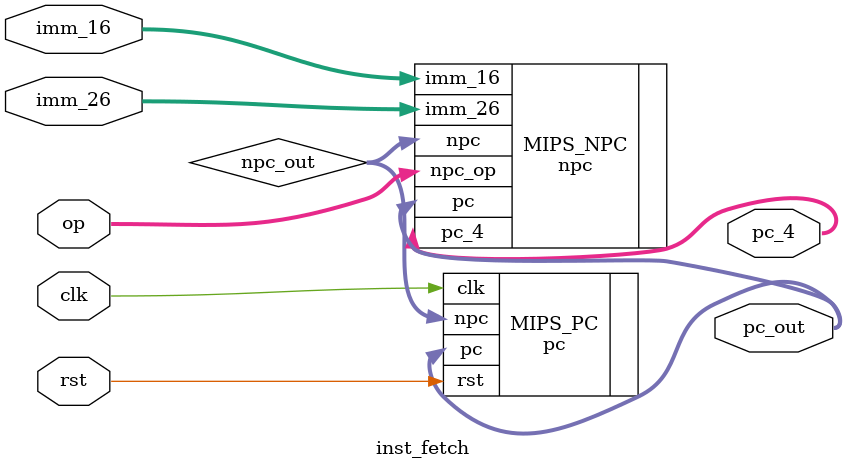
<source format=v>
`timescale 1ns / 1ps
/**
* instruction fetch module
* (.rst(), .clk(), .imm_16(), .imm_26(), .op(), .inst())
*/
module inst_fetch(
    input wire        rst,      // 
    input wire        clk,      //
    input wire[15:0]  imm_16,   // 16-bit immediate num
    input wire[25:0]  imm_26,   // 26-bit immediate num
    input wire[1:0]   op,       // npc option
    
//    output wire[31:0] inst,     // instruction
    output wire[31:0] pc_4,
    output wire[31:0] pc_out
    );
    
    wire[31:0] npc_out; // inner wire of npc output
//    wire[31:0] pc_out;  // inner wire of pc output
    
    pc MIPS_PC(.rst(rst), .clk(clk), .npc(npc_out), .pc(pc_out)); // instantiation of pc
    npc MIPS_NPC(.pc(pc_out), .imm_16(imm_16), .imm_26(imm_26), .npc_op(op), .npc(npc_out), .pc_4(pc_4)); // instantiation of npc
//    im MIPS_IM(.addr(pc_out[11:2]), .inst(inst)); // instantiation of im
endmodule

</source>
